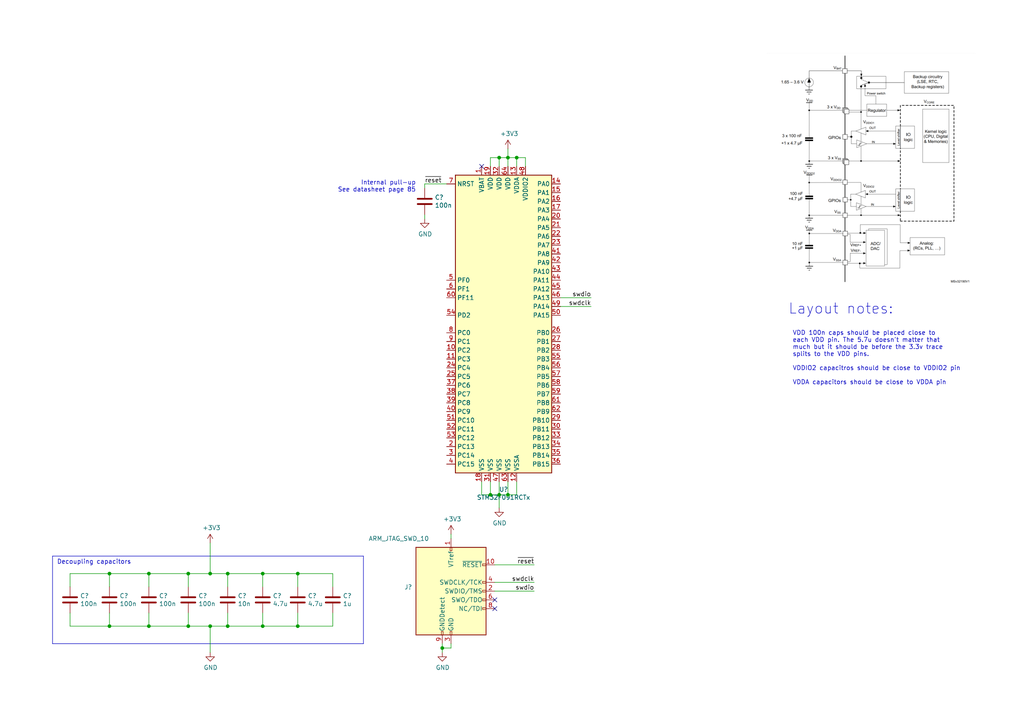
<source format=kicad_sch>
(kicad_sch (version 20231120) (generator "eeschema") (generator_version "8.0")
  (paper "A4")
  (title_block (title "Schematic Blocks") (date "2019-12-05") (rev "1.0") (comment 1 " - ") (comment 2 "Jordi Altayó") (comment 3 "jordiag@kth.se") (comment 4 "Top page"))
  (lib_symbols
    (symbol "Device:C" (pin_numbers hide) (pin_names (offset 0.254))
      (property "Reference" "C" (at 0.635 2.54 0))
      (property "Value" "C" (at 0.635 -2.54 0))
      (symbol "C_0_1"
        (polyline (pts (xy -2.032 -0.762) (xy 2.032 -0.762)) (stroke (width 0.508)))
        (polyline (pts (xy -2.032 0.762) (xy 2.032 0.762)) (stroke (width 0.508)))
      )
      (symbol "C_1_1"
        (pin passive line (at 0 3.81 270) (length 2.794) (name "~") (number "1"))
        (pin passive line (at 0 -3.81 90) (length 2.794) (name "~") (number "2"))
      )
    )
    (symbol "KTHFS:ARM_JTAG_SWD_10" (pin_names (offset 1.016))
      (property "Reference" "J" (at 0 0 0))
      (property "Value" "ARM_JTAG_SWD_10" (at 0 0 0))
      (symbol "ARM_JTAG_SWD_10_1_1"
        (rectangle (start -10.16 13.97) (end 10.16 -11.43) (stroke (width 0.254)) (fill (type background)))
        (rectangle (start -2.794 -11.43) (end -2.286 -10.414))
        (rectangle (start -0.254 -11.43) (end 0.254 -10.414))
        (rectangle (start -0.254 13.97) (end 0.254 12.954))
        (rectangle (start 9.144 -4.064) (end 10.16 -3.556))
        (rectangle (start 9.144 3.556) (end 10.16 4.064))
        (rectangle (start 10.16 -1.524) (end 9.144 -1.016))
        (rectangle (start 10.16 1.016) (end 9.144 1.524))
        (rectangle (start 10.16 9.144) (end 9.144 8.636))
        (pin power_in line (at 0 16.51 270) (length 2.54) (name "VTref") (number "1"))
        (pin open_collector line (at 12.7 8.89 180) (length 2.54) (name "~{RESET}") (number "10"))
        (pin bidirectional line (at 12.7 1.27 180) (length 2.54) (name "SWDIO/TMS") (number "2"))
        (pin power_in line (at 0 -13.97 90) (length 2.54) (name "GND") (number "3"))
        (pin output line (at 12.7 3.81 180) (length 2.54) (name "SWDCLK/TCK") (number "4"))
        (pin passive line (at 0 -13.97 90) (length 2.54) hide (name "GND") (number "5"))
        (pin input line (at 12.7 -1.27 180) (length 2.54) (name "SWO/TDO") (number "6"))
        (pin no_connect line (at -10.16 1.27 0) (length 2.54) hide (name "KEY") (number "7"))
        (pin output line (at 12.7 -3.81 180) (length 2.54) (name "NC/TDI") (number "8"))
        (pin passive line (at -2.54 -13.97 90) (length 2.54) (name "GNDDetect") (number "9"))
      )
    )
    (symbol "blocks-rescue:+3.3V-power" (power) (pin_names (offset 0))
      (property "Value" "+3.3V-power" (at 0 3.556 0))
      (symbol "+3.3V-power_0_1"
        (polyline (pts (xy -0.762 1.27) (xy 0 2.54)))
        (polyline (pts (xy 0 0) (xy 0 2.54)))
        (polyline (pts (xy 0 2.54) (xy 0.762 1.27)))
      )
      (symbol "+3.3V-power_1_1"
        (pin power_in line (at 0 0 90) (length 0) hide (name "+3V3") (number "1"))
      )
    )
    (symbol "blocks-rescue:STM32F091RCTx-MCU_ST_STM32F0"
      (property "Reference" "U" (at -15.24 44.45 0))
      (property "Value" "MCU_ST_STM32F0_STM32F091RCTx" (at 7.62 44.45 0))
      (symbol "STM32F091RCTx-MCU_ST_STM32F0_0_1"
        (rectangle (start -15.24 -43.18) (end 12.7 43.18) (stroke (width 0.254)) (fill (type background)))
      )
      (symbol "STM32F091RCTx-MCU_ST_STM32F0_1_1"
        (pin power_in line (at -7.62 45.72 270) (length 2.54) (name "VBAT") (number "1"))
        (pin bidirectional line (at -17.78 -7.62 0) (length 2.54) (name "PC2") (number "10"))
        (pin bidirectional line (at -17.78 -10.16 0) (length 2.54) (name "PC3") (number "11"))
        (pin power_in line (at 2.54 -45.72 90) (length 2.54) (name "VSSA") (number "12"))
        (pin power_in line (at 2.54 45.72 270) (length 2.54) (name "VDDA") (number "13"))
        (pin bidirectional line (at 15.24 40.64 180) (length 2.54) (name "PA0") (number "14"))
        (pin bidirectional line (at 15.24 38.1 180) (length 2.54) (name "PA1") (number "15"))
        (pin bidirectional line (at 15.24 35.56 180) (length 2.54) (name "PA2") (number "16"))
        (pin bidirectional line (at 15.24 33.02 180) (length 2.54) (name "PA3") (number "17"))
        (pin power_in line (at -7.62 -45.72 90) (length 2.54) (name "VSS") (number "18"))
        (pin power_in line (at -5.08 45.72 270) (length 2.54) (name "VDD") (number "19"))
        (pin bidirectional line (at -17.78 -35.56 0) (length 2.54) (name "PC13") (number "2"))
        (pin bidirectional line (at 15.24 30.48 180) (length 2.54) (name "PA4") (number "20"))
        (pin bidirectional line (at 15.24 27.94 180) (length 2.54) (name "PA5") (number "21"))
        (pin bidirectional line (at 15.24 25.4 180) (length 2.54) (name "PA6") (number "22"))
        (pin bidirectional line (at 15.24 22.86 180) (length 2.54) (name "PA7") (number "23"))
        (pin bidirectional line (at -17.78 -12.7 0) (length 2.54) (name "PC4") (number "24"))
        (pin bidirectional line (at -17.78 -15.24 0) (length 2.54) (name "PC5") (number "25"))
        (pin bidirectional line (at 15.24 -2.54 180) (length 2.54) (name "PB0") (number "26"))
        (pin bidirectional line (at 15.24 -5.08 180) (length 2.54) (name "PB1") (number "27"))
        (pin bidirectional line (at 15.24 -7.62 180) (length 2.54) (name "PB2") (number "28"))
        (pin bidirectional line (at 15.24 -27.94 180) (length 2.54) (name "PB10") (number "29"))
        (pin bidirectional line (at -17.78 -38.1 0) (length 2.54) (name "PC14") (number "3"))
        (pin bidirectional line (at 15.24 -30.48 180) (length 2.54) (name "PB11") (number "30"))
        (pin power_in line (at -5.08 -45.72 90) (length 2.54) (name "VSS") (number "31"))
        (pin power_in line (at -2.54 45.72 270) (length 2.54) (name "VDD") (number "32"))
        (pin bidirectional line (at 15.24 -33.02 180) (length 2.54) (name "PB12") (number "33"))
        (pin bidirectional line (at 15.24 -35.56 180) (length 2.54) (name "PB13") (number "34"))
        (pin bidirectional line (at 15.24 -38.1 180) (length 2.54) (name "PB14") (number "35"))
        (pin bidirectional line (at 15.24 -40.64 180) (length 2.54) (name "PB15") (number "36"))
        (pin bidirectional line (at -17.78 -17.78 0) (length 2.54) (name "PC6") (number "37"))
        (pin bidirectional line (at -17.78 -20.32 0) (length 2.54) (name "PC7") (number "38"))
        (pin bidirectional line (at -17.78 -22.86 0) (length 2.54) (name "PC8") (number "39"))
        (pin bidirectional line (at -17.78 -40.64 0) (length 2.54) (name "PC15") (number "4"))
        (pin bidirectional line (at -17.78 -25.4 0) (length 2.54) (name "PC9") (number "40"))
        (pin bidirectional line (at 15.24 20.32 180) (length 2.54) (name "PA8") (number "41"))
        (pin bidirectional line (at 15.24 17.78 180) (length 2.54) (name "PA9") (number "42"))
        (pin bidirectional line (at 15.24 15.24 180) (length 2.54) (name "PA10") (number "43"))
        (pin bidirectional line (at 15.24 12.7 180) (length 2.54) (name "PA11") (number "44"))
        (pin bidirectional line (at 15.24 10.16 180) (length 2.54) (name "PA12") (number "45"))
        (pin bidirectional line (at 15.24 7.62 180) (length 2.54) (name "PA13") (number "46"))
        (pin power_in line (at -2.54 -45.72 90) (length 2.54) (name "VSS") (number "47"))
        (pin power_in line (at 5.08 45.72 270) (length 2.54) (name "VDDIO2") (number "48"))
        (pin bidirectional line (at 15.24 5.08 180) (length 2.54) (name "PA14") (number "49"))
        (pin input line (at -17.78 12.7 0) (length 2.54) (name "PF0") (number "5"))
        (pin bidirectional line (at 15.24 2.54 180) (length 2.54) (name "PA15") (number "50"))
        (pin bidirectional line (at -17.78 -27.94 0) (length 2.54) (name "PC10") (number "51"))
        (pin bidirectional line (at -17.78 -30.48 0) (length 2.54) (name "PC11") (number "52"))
        (pin bidirectional line (at -17.78 -33.02 0) (length 2.54) (name "PC12") (number "53"))
        (pin bidirectional line (at -17.78 2.54 0) (length 2.54) (name "PD2") (number "54"))
        (pin bidirectional line (at 15.24 -10.16 180) (length 2.54) (name "PB3") (number "55"))
        (pin bidirectional line (at 15.24 -12.7 180) (length 2.54) (name "PB4") (number "56"))
        (pin bidirectional line (at 15.24 -15.24 180) (length 2.54) (name "PB5") (number "57"))
        (pin bidirectional line (at 15.24 -17.78 180) (length 2.54) (name "PB6") (number "58"))
        (pin bidirectional line (at 15.24 -20.32 180) (length 2.54) (name "PB7") (number "59"))
        (pin input line (at -17.78 10.16 0) (length 2.54) (name "PF1") (number "6"))
        (pin bidirectional line (at -17.78 7.62 0) (length 2.54) (name "PF11") (number "60"))
        (pin bidirectional line (at 15.24 -22.86 180) (length 2.54) (name "PB8") (number "61"))
        (pin bidirectional line (at 15.24 -25.4 180) (length 2.54) (name "PB9") (number "62"))
        (pin power_in line (at 0 -45.72 90) (length 2.54) (name "VSS") (number "63"))
        (pin power_in line (at 0 45.72 270) (length 2.54) (name "VDD") (number "64"))
        (pin input line (at -17.78 40.64 0) (length 2.54) (name "NRST") (number "7"))
        (pin bidirectional line (at -17.78 -2.54 0) (length 2.54) (name "PC0") (number "8"))
        (pin bidirectional line (at -17.78 -5.08 0) (length 2.54) (name "PC1") (number "9"))
      )
    )
    (symbol "power:GND" (power) (pin_numbers hide) (pin_names (offset 0) hide)
      (property "Value" "GND" (at 0 -3.81 0))
      (symbol "GND_0_1"
        (polyline (pts (xy 0 0) (xy 0 -1.27) (xy 1.27 -1.27) (xy 0 -2.54) (xy -1.27 -1.27) (xy 0 -1.27)))
      )
      (symbol "GND_1_1"
        (pin power_in line (at 0 0 270) (length 0) (name "~") (number "1"))
      )
    )
  )
  (junction (at 31.75 181.61))
  (junction (at 60.96 166.37))
  (junction (at 54.61 166.37))
  (junction (at 128.27 187.96))
  (junction (at 86.36 166.37))
  (junction (at 60.96 181.61))
  (junction (at 86.36 181.61))
  (junction (at 66.04 181.61))
  (junction (at 142.24 143.51))
  (junction (at 66.04 166.37))
  (junction (at 76.2 166.37))
  (junction (at 43.18 166.37))
  (junction (at 147.32 143.51))
  (junction (at 144.78 45.72))
  (junction (at 147.32 45.72))
  (junction (at 43.18 181.61))
  (junction (at 144.78 143.51))
  (junction (at 54.61 181.61))
  (junction (at 76.2 181.61))
  (junction (at 31.75 166.37))
  (junction (at 149.86 45.72))
  (no_connect (at 143.51 173.99))
  (no_connect (at 139.7 48.26))
  (no_connect (at 143.51 176.53))
  (wire (pts (xy 20.32 170.18) (xy 20.32 166.37)))
  (wire (pts (xy 66.04 166.37) (xy 66.04 170.18)))
  (wire (pts (xy 43.18 177.8) (xy 43.18 181.61)))
  (wire (pts (xy 147.32 45.72) (xy 147.32 48.26)))
  (wire (pts (xy 142.24 45.72) (xy 144.78 45.72)))
  (wire (pts (xy 142.24 139.7) (xy 142.24 143.51)))
  (wire (pts (xy 86.36 166.37) (xy 96.52 166.37)))
  (wire (pts (xy 123.19 53.34) (xy 123.19 54.61)))
  (wire (pts (xy 147.32 45.72) (xy 149.86 45.72)))
  (wire (pts (xy 43.18 181.61) (xy 54.61 181.61)))
  (wire (pts (xy 143.51 163.83) (xy 154.94 163.83)))
  (wire (pts (xy 20.32 177.8) (xy 20.32 181.61)))
  (wire (pts (xy 20.32 181.61) (xy 31.75 181.61)))
  (wire (pts (xy 31.75 170.18) (xy 31.75 166.37)))
  (wire (pts (xy 144.78 147.32) (xy 144.78 143.51)))
  (wire (pts (xy 31.75 181.61) (xy 43.18 181.61)))
  (wire (pts (xy 144.78 143.51) (xy 147.32 143.51)))
  (wire (pts (xy 96.52 166.37) (xy 96.52 170.18)))
  (wire (pts (xy 66.04 177.8) (xy 66.04 181.61)))
  (wire (pts (xy 76.2 177.8) (xy 76.2 181.61)))
  (wire (pts (xy 144.78 48.26) (xy 144.78 45.72)))
  (wire (pts (xy 149.86 143.51) (xy 149.86 139.7)))
  (wire (pts (xy 96.52 181.61) (xy 96.52 177.8)))
  (polyline (pts (xy 15.24 161.29) (xy 105.41 161.29)))
  (wire (pts (xy 128.27 189.23) (xy 128.27 187.96)))
  (wire (pts (xy 139.7 143.51) (xy 142.24 143.51)))
  (wire (pts (xy 123.19 63.5) (xy 123.19 62.23)))
  (wire (pts (xy 128.27 187.96) (xy 130.81 187.96)))
  (wire (pts (xy 54.61 166.37) (xy 60.96 166.37)))
  (polyline (pts (xy 105.41 186.69) (xy 15.24 186.69)))
  (wire (pts (xy 130.81 156.21) (xy 130.81 154.94)))
  (wire (pts (xy 143.51 168.91) (xy 154.94 168.91)))
  (wire (pts (xy 66.04 166.37) (xy 76.2 166.37)))
  (wire (pts (xy 162.56 86.36) (xy 171.45 86.36)))
  (wire (pts (xy 66.04 181.61) (xy 76.2 181.61)))
  (wire (pts (xy 144.78 143.51) (xy 144.78 139.7)))
  (wire (pts (xy 143.51 171.45) (xy 154.94 171.45)))
  (wire (pts (xy 60.96 189.23) (xy 60.96 181.61)))
  (wire (pts (xy 129.54 53.34) (xy 123.19 53.34)))
  (wire (pts (xy 54.61 177.8) (xy 54.61 181.61)))
  (wire (pts (xy 147.32 143.51) (xy 149.86 143.51)))
  (wire (pts (xy 76.2 166.37) (xy 86.36 166.37)))
  (wire (pts (xy 20.32 166.37) (xy 31.75 166.37)))
  (wire (pts (xy 54.61 181.61) (xy 60.96 181.61)))
  (wire (pts (xy 147.32 139.7) (xy 147.32 143.51)))
  (wire (pts (xy 76.2 181.61) (xy 86.36 181.61)))
  (wire (pts (xy 142.24 48.26) (xy 142.24 45.72)))
  (wire (pts (xy 171.45 88.9) (xy 162.56 88.9)))
  (wire (pts (xy 128.27 187.96) (xy 128.27 186.69)))
  (wire (pts (xy 60.96 181.61) (xy 66.04 181.61)))
  (wire (pts (xy 86.36 181.61) (xy 96.52 181.61)))
  (polyline (pts (xy 105.41 161.29) (xy 105.41 186.69)))
  (wire (pts (xy 86.36 177.8) (xy 86.36 181.61)))
  (wire (pts (xy 76.2 170.18) (xy 76.2 166.37)))
  (wire (pts (xy 43.18 166.37) (xy 54.61 166.37)))
  (wire (pts (xy 31.75 177.8) (xy 31.75 181.61)))
  (wire (pts (xy 86.36 170.18) (xy 86.36 166.37)))
  (polyline (pts (xy 15.24 186.69) (xy 15.24 161.29)))
  (wire (pts (xy 60.96 166.37) (xy 66.04 166.37)))
  (wire (pts (xy 139.7 139.7) (xy 139.7 143.51)))
  (wire (pts (xy 142.24 143.51) (xy 144.78 143.51)))
  (wire (pts (xy 43.18 170.18) (xy 43.18 166.37)))
  (wire (pts (xy 152.4 45.72) (xy 152.4 48.26)))
  (wire (pts (xy 149.86 48.26) (xy 149.86 45.72)))
  (wire (pts (xy 149.86 45.72) (xy 152.4 45.72)))
  (wire (pts (xy 31.75 166.37) (xy 43.18 166.37)))
  (wire (pts (xy 147.32 43.18) (xy 147.32 45.72)))
  (wire (pts (xy 130.81 187.96) (xy 130.81 186.69)))
  (wire (pts (xy 54.61 170.18) (xy 54.61 166.37)))
  (wire (pts (xy 144.78 45.72) (xy 147.32 45.72)))
  (wire (pts (xy 60.96 157.48) (xy 60.96 166.37)))
  (image (at 252.73 49.53) (scale 0.392))
  (text "Decoupling capacitors" (at 16.51 163.83 0) (effects (font (size 1.27 1.27)) (justify left bottom)))
  (text "VDD 100n caps should be placed close to\neach VDD pin. The 5.7u doesn't matter that\nmuch but it should be before the 3.3v trace\nsplits to the VDD pins.\n\nVDDIO2 capacitros should be close to VDDIO2 pin\n\nVDDA capacitors should be close to VDDA pin" (at 229.87 111.76 0) (effects (font (size 1.27 1.27)) (justify left bottom)))
  (text "Layout notes:" (at 228.6 91.44 0) (effects (font (size 2.9972 2.9972)) (justify left bottom)))
  (text "Internal pull-up\nSee datasheet page 85" (at 120.65 55.88 0) (effects (font (size 1.27 1.27)) (justify right bottom)))
  (label "~{reset}" (at 123.19 53.34 0))
  (label "swdclk" (at 171.45 88.9 180))
  (label "swdclk" (at 154.94 168.91 180))
  (label "swdio" (at 154.94 171.45 180))
  (label "~{reset}" (at 154.94 163.83 180))
  (label "swdio" (at 171.45 86.36 180))
  (symbol (lib_id "blocks-rescue:STM32F091RCTx-MCU_ST_STM32F0") (at 147.32 93.98 0) (unit 1)
    (property "Reference" "U?" (at 146.05 141.9606 0))
    (property "Value" "STM32F091RCTx" (at 146.05 144.272 0))
    (property "Footprint" "Package_QFP:LQFP-64_10x10mm_P0.5mm" (effects (hide yes)))
    (property "Datasheet" "http://www.st.com/st-web-ui/static/active/en/resource/technical/document/datasheet/DM00115237.pdf" (effects (hide yes)))
  )
  (symbol (lib_id "blocks-rescue:+3.3V-power") (at 147.32 43.18 0) (unit 1)
    (property "Reference" "#PWR0116" (effects (hide yes)))
    (property "Value" "+3V3" (at 147.701 38.7858 0))
  )
  (symbol (lib_id "power:GND") (at 144.78 147.32 0) (unit 1)
    (property "Reference" "#PWR0117" (effects (hide yes)))
    (property "Value" "GND" (at 144.907 151.7142 0))
    (property "Description" "Power symbol creates a global label with name \"GND\" , ground" (effects (hide yes)))
  )
  (symbol (lib_id "Device:C") (at 123.19 58.42 0) (unit 1)
    (property "Reference" "C?" (at 126.111 57.2516 0) (effects (justify left)))
    (property "Value" "100n" (at 126.111 59.563 0) (effects (justify left)))
    (property "Footprint" "Capacitor_SMD:C_0603_1608Metric" (effects (hide yes)))
  )
  (symbol (lib_id "power:GND") (at 123.19 63.5 0) (unit 1)
    (property "Reference" "#PWR0115" (effects (hide yes)))
    (property "Value" "GND" (at 123.317 67.8942 0))
    (property "Description" "Power symbol creates a global label with name \"GND\" , ground" (effects (hide yes)))
  )
  (symbol (lib_id "Device:C") (at 20.32 173.99 0) (unit 1)
    (property "Reference" "C?" (at 23.241 172.8216 0) (effects (justify left)))
    (property "Value" "100n" (at 23.241 175.133 0) (effects (justify left)))
    (property "Footprint" "Capacitor_SMD:C_0603_1608Metric" (effects (hide yes)))
  )
  (symbol (lib_id "Device:C") (at 31.75 173.99 0) (unit 1)
    (property "Reference" "C?" (at 34.671 172.8216 0) (effects (justify left)))
    (property "Value" "100n" (at 34.671 175.133 0) (effects (justify left)))
    (property "Footprint" "Capacitor_SMD:C_0603_1608Metric" (effects (hide yes)))
  )
  (symbol (lib_id "Device:C") (at 43.18 173.99 0) (unit 1)
    (property "Reference" "C?" (at 46.101 172.8216 0) (effects (justify left)))
    (property "Value" "100n" (at 46.101 175.133 0) (effects (justify left)))
    (property "Footprint" "Capacitor_SMD:C_0603_1608Metric" (effects (hide yes)))
  )
  (symbol (lib_id "Device:C") (at 54.61 173.99 0) (unit 1)
    (property "Reference" "C?" (at 57.531 172.8216 0) (effects (justify left)))
    (property "Value" "100n" (at 57.531 175.133 0) (effects (justify left)))
    (property "Footprint" "Capacitor_SMD:C_0603_1608Metric" (effects (hide yes)))
  )
  (symbol (lib_id "Device:C") (at 66.04 173.99 0) (unit 1)
    (property "Reference" "C?" (at 68.961 172.8216 0) (effects (justify left)))
    (property "Value" "10n" (at 68.961 175.133 0) (effects (justify left)))
    (property "Footprint" "Capacitor_SMD:C_0603_1608Metric" (effects (hide yes)))
  )
  (symbol (lib_id "Device:C") (at 76.2 173.99 0) (unit 1)
    (property "Reference" "C?" (at 79.121 172.8216 0) (effects (justify left)))
    (property "Value" "4.7u" (at 79.121 175.133 0) (effects (justify left)))
    (property "Footprint" "Capacitor_SMD:C_0805_2012Metric" (effects (hide yes)))
  )
  (symbol (lib_id "Device:C") (at 86.36 173.99 0) (unit 1)
    (property "Reference" "C?" (at 89.281 172.8216 0) (effects (justify left)))
    (property "Value" "4.7u" (at 89.281 175.133 0) (effects (justify left)))
    (property "Footprint" "Capacitor_SMD:C_0805_2012Metric" (effects (hide yes)))
  )
  (symbol (lib_id "Device:C") (at 96.52 173.99 0) (unit 1)
    (property "Reference" "C?" (at 99.441 172.8216 0) (effects (justify left)))
    (property "Value" "1u" (at 99.441 175.133 0) (effects (justify left)))
    (property "Footprint" "Capacitor_SMD:C_0805_2012Metric" (effects (hide yes)))
  )
  (symbol (lib_id "power:GND") (at 60.96 189.23 0) (unit 1)
    (property "Reference" "#PWR0121" (effects (hide yes)))
    (property "Value" "GND" (at 61.087 193.6242 0))
    (property "Description" "Power symbol creates a global label with name \"GND\" , ground" (effects (hide yes)))
  )
  (symbol (lib_id "blocks-rescue:+3.3V-power") (at 60.96 157.48 0) (unit 1)
    (property "Reference" "#PWR0120" (effects (hide yes)))
    (property "Value" "+3V3" (at 61.341 153.0858 0))
  )
  (symbol (lib_id "KTHFS:ARM_JTAG_SWD_10") (at 130.81 172.72 0) (unit 1)
    (property "Reference" "J?" (at 119.5578 170.2816 0) (effects (justify right)))
    (property "Value" "ARM_JTAG_SWD_10" (at 124.46 156.21 0) (effects (justify right)))
    (property "Footprint" "KTHFS:Atmel_ICP_connector(Eurocircuits)" (effects (hide yes)))
  )
  (symbol (lib_id "power:GND") (at 128.27 189.23 0) (unit 1)
    (property "Reference" "#PWR0119" (effects (hide yes)))
    (property "Value" "GND" (at 128.397 193.6242 0))
    (property "Description" "Power symbol creates a global label with name \"GND\" , ground" (effects (hide yes)))
  )
  (symbol (lib_id "blocks-rescue:+3.3V-power") (at 130.81 154.94 0) (unit 1)
    (property "Reference" "#PWR0118" (effects (hide yes)))
    (property "Value" "+3V3" (at 131.191 150.5458 0))
  )
)
</source>
